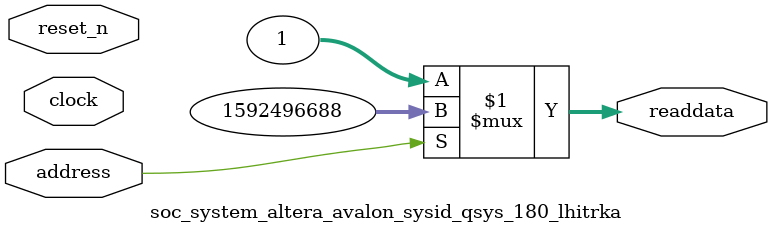
<source format=v>



// synthesis translate_off
`timescale 1ns / 1ps
// synthesis translate_on

// turn off superfluous verilog processor warnings 
// altera message_level Level1 
// altera message_off 10034 10035 10036 10037 10230 10240 10030 

module soc_system_altera_avalon_sysid_qsys_180_lhitrka (
               // inputs:
                address,
                clock,
                reset_n,

               // outputs:
                readdata
             )
;

  output  [ 31: 0] readdata;
  input            address;
  input            clock;
  input            reset_n;

  wire    [ 31: 0] readdata;
  //control_slave, which is an e_avalon_slave
  assign readdata = address ? 1592496688 : 1;

endmodule



</source>
